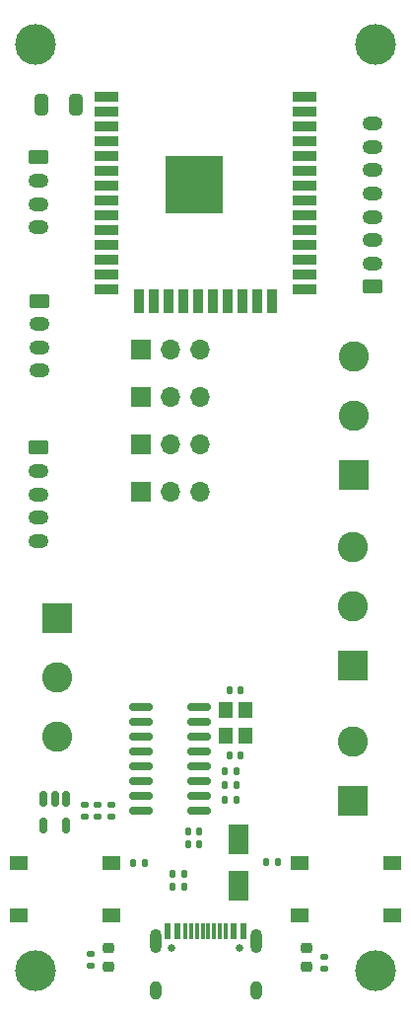
<source format=gbr>
%TF.GenerationSoftware,KiCad,Pcbnew,(6.0.1)*%
%TF.CreationDate,2022-10-31T16:46:04+01:00*%
%TF.ProjectId,ESPRocks,45535052-6f63-46b7-932e-6b696361645f,rev?*%
%TF.SameCoordinates,Original*%
%TF.FileFunction,Soldermask,Top*%
%TF.FilePolarity,Negative*%
%FSLAX46Y46*%
G04 Gerber Fmt 4.6, Leading zero omitted, Abs format (unit mm)*
G04 Created by KiCad (PCBNEW (6.0.1)) date 2022-10-31 16:46:04*
%MOMM*%
%LPD*%
G01*
G04 APERTURE LIST*
G04 Aperture macros list*
%AMRoundRect*
0 Rectangle with rounded corners*
0 $1 Rounding radius*
0 $2 $3 $4 $5 $6 $7 $8 $9 X,Y pos of 4 corners*
0 Add a 4 corners polygon primitive as box body*
4,1,4,$2,$3,$4,$5,$6,$7,$8,$9,$2,$3,0*
0 Add four circle primitives for the rounded corners*
1,1,$1+$1,$2,$3*
1,1,$1+$1,$4,$5*
1,1,$1+$1,$6,$7*
1,1,$1+$1,$8,$9*
0 Add four rect primitives between the rounded corners*
20,1,$1+$1,$2,$3,$4,$5,0*
20,1,$1+$1,$4,$5,$6,$7,0*
20,1,$1+$1,$6,$7,$8,$9,0*
20,1,$1+$1,$8,$9,$2,$3,0*%
G04 Aperture macros list end*
%ADD10RoundRect,0.135000X-0.135000X-0.185000X0.135000X-0.185000X0.135000X0.185000X-0.135000X0.185000X0*%
%ADD11R,2.600000X2.600000*%
%ADD12C,2.600000*%
%ADD13C,3.500000*%
%ADD14R,1.700000X1.700000*%
%ADD15O,1.700000X1.700000*%
%ADD16RoundRect,0.250000X-0.625000X0.350000X-0.625000X-0.350000X0.625000X-0.350000X0.625000X0.350000X0*%
%ADD17O,1.750000X1.200000*%
%ADD18RoundRect,0.135000X0.135000X0.185000X-0.135000X0.185000X-0.135000X-0.185000X0.135000X-0.185000X0*%
%ADD19C,0.650000*%
%ADD20R,0.600000X1.450000*%
%ADD21R,0.300000X1.450000*%
%ADD22O,1.000000X2.100000*%
%ADD23O,1.000000X1.600000*%
%ADD24RoundRect,0.140000X-0.140000X-0.170000X0.140000X-0.170000X0.140000X0.170000X-0.140000X0.170000X0*%
%ADD25RoundRect,0.135000X0.185000X-0.135000X0.185000X0.135000X-0.185000X0.135000X-0.185000X-0.135000X0*%
%ADD26R,1.200000X1.400000*%
%ADD27RoundRect,0.150000X-0.150000X0.512500X-0.150000X-0.512500X0.150000X-0.512500X0.150000X0.512500X0*%
%ADD28R,1.550000X1.300000*%
%ADD29RoundRect,0.218750X0.256250X-0.218750X0.256250X0.218750X-0.256250X0.218750X-0.256250X-0.218750X0*%
%ADD30RoundRect,0.250000X0.625000X-0.350000X0.625000X0.350000X-0.625000X0.350000X-0.625000X-0.350000X0*%
%ADD31RoundRect,0.140000X-0.170000X0.140000X-0.170000X-0.140000X0.170000X-0.140000X0.170000X0.140000X0*%
%ADD32RoundRect,0.250000X-0.325000X-0.650000X0.325000X-0.650000X0.325000X0.650000X-0.325000X0.650000X0*%
%ADD33R,2.000000X0.900000*%
%ADD34R,0.900000X2.000000*%
%ADD35R,5.000000X5.000000*%
%ADD36RoundRect,0.140000X0.170000X-0.140000X0.170000X0.140000X-0.170000X0.140000X-0.170000X-0.140000X0*%
%ADD37RoundRect,0.140000X0.140000X0.170000X-0.140000X0.170000X-0.140000X-0.170000X0.140000X-0.170000X0*%
%ADD38RoundRect,0.150000X0.825000X0.150000X-0.825000X0.150000X-0.825000X-0.150000X0.825000X-0.150000X0*%
%ADD39R,1.800000X2.500000*%
G04 APERTURE END LIST*
D10*
%TO.C,R12*%
X124449800Y-122097800D03*
X125469800Y-122097800D03*
%TD*%
D11*
%TO.C,CN5*%
X131868800Y-116768800D03*
D12*
X131868800Y-111688800D03*
%TD*%
D13*
%TO.C,REF\u002A\u002A*%
X104639800Y-131368800D03*
%TD*%
D14*
%TO.C,JP1*%
X113671800Y-90347800D03*
D15*
X116211800Y-90347800D03*
X118751800Y-90347800D03*
%TD*%
D13*
%TO.C,REF\u002A\u002A*%
X133849800Y-51993800D03*
%TD*%
D16*
%TO.C,CN7*%
X104893800Y-61645800D03*
D17*
X104893800Y-63645800D03*
X104893800Y-65645800D03*
X104893800Y-67645800D03*
%TD*%
D14*
%TO.C,JP3*%
X113671800Y-78155800D03*
D15*
X116211800Y-78155800D03*
X118751800Y-78155800D03*
%TD*%
D18*
%TO.C,R2*%
X117392600Y-124180600D03*
X116372600Y-124180600D03*
%TD*%
D13*
%TO.C,REF\u002A\u002A*%
X104639800Y-51993800D03*
%TD*%
D18*
%TO.C,R13*%
X114065200Y-122123200D03*
X113045200Y-122123200D03*
%TD*%
D19*
%TO.C,CN1*%
X116354800Y-129403800D03*
X122134800Y-129403800D03*
D20*
X115994800Y-127958800D03*
X116794800Y-127958800D03*
D21*
X117994800Y-127958800D03*
X118994800Y-127958800D03*
X119494800Y-127958800D03*
X120494800Y-127958800D03*
D20*
X121694800Y-127958800D03*
X122494800Y-127958800D03*
X122494800Y-127958800D03*
X121694800Y-127958800D03*
D21*
X120994800Y-127958800D03*
X119994800Y-127958800D03*
X118494800Y-127958800D03*
X117494800Y-127958800D03*
D20*
X116794800Y-127958800D03*
X115994800Y-127958800D03*
D22*
X114924800Y-128873800D03*
X123564800Y-128873800D03*
D23*
X114924800Y-133053800D03*
X123564800Y-133053800D03*
%TD*%
D24*
%TO.C,C5*%
X121304800Y-107365800D03*
X122264800Y-107365800D03*
%TD*%
D16*
%TO.C,CN4*%
X104893800Y-86537800D03*
D17*
X104893800Y-88537800D03*
X104893800Y-90537800D03*
X104893800Y-92537800D03*
X104893800Y-94537800D03*
%TD*%
D11*
%TO.C,CN8*%
X131944800Y-88828800D03*
D12*
X131944800Y-83748800D03*
X131944800Y-78668800D03*
%TD*%
D25*
%TO.C,R14*%
X129404800Y-131243800D03*
X129404800Y-130223800D03*
%TD*%
D11*
%TO.C,CN3*%
X106493800Y-101137800D03*
D12*
X106493800Y-106217800D03*
X106493800Y-111297800D03*
%TD*%
D24*
%TO.C,C7*%
X117748800Y-119430800D03*
X118708800Y-119430800D03*
%TD*%
D16*
%TO.C,CN6*%
X104935800Y-73933800D03*
D17*
X104935800Y-75933800D03*
X104935800Y-77933800D03*
X104935800Y-79933800D03*
%TD*%
D24*
%TO.C,C8*%
X117748800Y-120573800D03*
X118708800Y-120573800D03*
%TD*%
D26*
%TO.C,Y1*%
X120934800Y-109059800D03*
X120934800Y-111259800D03*
X122634800Y-111259800D03*
X122634800Y-109059800D03*
%TD*%
D18*
%TO.C,R1*%
X117392600Y-123088400D03*
X116372600Y-123088400D03*
%TD*%
D27*
%TO.C,U2*%
X107240800Y-116642300D03*
X106290800Y-116642300D03*
X105340800Y-116642300D03*
X105340800Y-118917300D03*
X107240800Y-118917300D03*
%TD*%
D28*
%TO.C,SW1*%
X127334800Y-126633800D03*
X135284800Y-126633800D03*
X135284800Y-122133800D03*
X127334800Y-122133800D03*
%TD*%
D10*
%TO.C,R11*%
X120891800Y-115493800D03*
X121911800Y-115493800D03*
%TD*%
D29*
%TO.C,LD2*%
X127880800Y-131013300D03*
X127880800Y-129438300D03*
%TD*%
D30*
%TO.C,CN2*%
X133604600Y-72735200D03*
D17*
X133604600Y-70735200D03*
X133604600Y-68735200D03*
X133604600Y-66735200D03*
X133604600Y-64735200D03*
X133604600Y-62735200D03*
X133604600Y-60735200D03*
X133604600Y-58735200D03*
%TD*%
D31*
%TO.C,C2*%
X111116800Y-117172800D03*
X111116800Y-118132800D03*
%TD*%
D32*
%TO.C,C1*%
X105146000Y-57099200D03*
X108096000Y-57099200D03*
%TD*%
D33*
%TO.C,U1*%
X110744800Y-56438800D03*
X110744800Y-57708800D03*
X110744800Y-58978800D03*
X110744800Y-60248800D03*
X110744800Y-61518800D03*
X110744800Y-62788800D03*
X110744800Y-64058800D03*
X110744800Y-65328800D03*
X110744800Y-66598800D03*
X110744800Y-67868800D03*
X110744800Y-69138800D03*
X110744800Y-70408800D03*
X110744800Y-71678800D03*
X110744800Y-72948800D03*
D34*
X113529800Y-73948800D03*
X114799800Y-73948800D03*
X116069800Y-73948800D03*
X117339800Y-73948800D03*
X118609800Y-73948800D03*
X119879800Y-73948800D03*
X121149800Y-73948800D03*
X122419800Y-73948800D03*
X123689800Y-73948800D03*
X124959800Y-73948800D03*
D33*
X127744800Y-72948800D03*
X127744800Y-71678800D03*
X127744800Y-70408800D03*
X127744800Y-69138800D03*
X127744800Y-67868800D03*
X127744800Y-66598800D03*
X127744800Y-65328800D03*
X127744800Y-64058800D03*
X127744800Y-62788800D03*
X127744800Y-61518800D03*
X127744800Y-60248800D03*
X127744800Y-58978800D03*
X127744800Y-57708800D03*
X127744800Y-56438800D03*
D35*
X118244800Y-63938800D03*
%TD*%
D25*
%TO.C,R9*%
X109338800Y-130989800D03*
X109338800Y-129969800D03*
%TD*%
D11*
%TO.C,CN9*%
X131868800Y-105211800D03*
D12*
X131868800Y-100131800D03*
X131868800Y-95051800D03*
%TD*%
D14*
%TO.C,JP2*%
X113671800Y-86283800D03*
D15*
X116211800Y-86283800D03*
X118751800Y-86283800D03*
%TD*%
D36*
%TO.C,C3*%
X109973800Y-118132800D03*
X109973800Y-117172800D03*
%TD*%
D28*
%TO.C,SW2*%
X111154800Y-126633800D03*
X103204800Y-126633800D03*
X111154800Y-122133800D03*
X103204800Y-122133800D03*
%TD*%
D36*
%TO.C,C4*%
X108830800Y-118132800D03*
X108830800Y-117172800D03*
%TD*%
D37*
%TO.C,C6*%
X122264800Y-112953800D03*
X121304800Y-112953800D03*
%TD*%
D29*
%TO.C,LD1*%
X110862800Y-131013300D03*
X110862800Y-129438300D03*
%TD*%
D24*
%TO.C,C9*%
X120923800Y-114274600D03*
X121883800Y-114274600D03*
%TD*%
D10*
%TO.C,R10*%
X120891800Y-116763800D03*
X121911800Y-116763800D03*
%TD*%
D38*
%TO.C,U3*%
X118671800Y-117652800D03*
X118671800Y-116382800D03*
X118671800Y-115112800D03*
X118671800Y-113842800D03*
X118671800Y-112572800D03*
X118671800Y-111302800D03*
X118671800Y-110032800D03*
X118671800Y-108762800D03*
X113721800Y-108762800D03*
X113721800Y-110032800D03*
X113721800Y-111302800D03*
X113721800Y-112572800D03*
X113721800Y-113842800D03*
X113721800Y-115112800D03*
X113721800Y-116382800D03*
X113721800Y-117652800D03*
%TD*%
D14*
%TO.C,JP4*%
X113671800Y-82219800D03*
D15*
X116211800Y-82219800D03*
X118751800Y-82219800D03*
%TD*%
D39*
%TO.C,D1*%
X122038800Y-124097800D03*
X122038800Y-120097800D03*
%TD*%
D13*
%TO.C,REF\u002A\u002A*%
X133849800Y-131368800D03*
%TD*%
M02*

</source>
